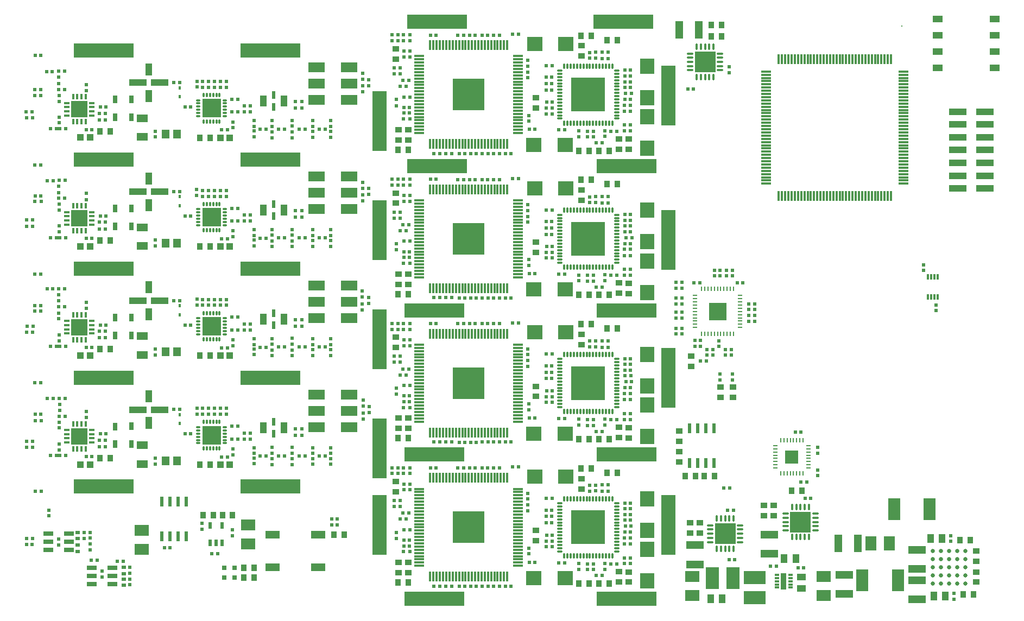
<source format=gtp>
G04 Layer_Color=8421504*
%FSLAX25Y25*%
%MOIN*%
G70*
G01*
G75*
%ADD10R,0.09252X0.08858*%
%ADD11R,0.03543X0.03937*%
%ADD12R,0.01181X0.05906*%
%ADD13O,0.01181X0.03347*%
%ADD14R,0.02441X0.02284*%
%ADD15R,0.02441X0.02441*%
%ADD16R,0.05906X0.01181*%
%ADD18R,0.19685X0.19685*%
%ADD19R,0.02284X0.02441*%
%ADD20R,0.03937X0.03543*%
%ADD21R,0.03937X0.03740*%
%ADD22R,0.03740X0.03937*%
%ADD23O,0.03347X0.01181*%
%ADD24R,0.21063X0.21063*%
%ADD25R,0.02441X0.02441*%
%ADD26R,0.03937X0.03740*%
%ADD27R,0.03740X0.03937*%
%ADD28O,0.02756X0.00787*%
%ADD29O,0.00787X0.02756*%
%ADD30R,0.11024X0.11024*%
%ADD32R,0.01378X0.02362*%
%ADD34R,0.09055X0.37008*%
%ADD35R,0.08858X0.09252*%
%ADD36R,0.08976X0.05000*%
%ADD37R,0.02677X0.02244*%
%ADD38R,0.10000X0.06496*%
%ADD39R,0.07874X0.13780*%
%ADD40R,0.13780X0.07874*%
%ADD41R,0.07284X0.13386*%
%ADD42R,0.02992X0.05000*%
%ADD43R,0.04016X0.07205*%
%ADD44R,0.07205X0.04016*%
%ADD45R,0.11614X0.11614*%
%ADD46O,0.01181X0.02756*%
%ADD47O,0.02756X0.01181*%
%ADD48R,0.02402X0.04902*%
%ADD49R,0.04095X0.07087*%
%ADD50R,0.10630X0.04528*%
%ADD51R,0.07087X0.08858*%
%ADD52R,0.04134X0.05512*%
%ADD53R,0.03937X0.03937*%
%ADD54R,0.04528X0.05709*%
%ADD57R,0.37008X0.09055*%
%ADD58R,0.06496X0.02992*%
%ADD59R,0.10827X0.03937*%
%ADD60R,0.05906X0.04331*%
%ADD61R,0.04528X0.10630*%
%ADD62R,0.05512X0.04134*%
%ADD63O,0.01378X0.04134*%
%ADD64O,0.04134X0.01378*%
%ADD65R,0.12795X0.12795*%
%ADD66R,0.02362X0.06102*%
%ADD67R,0.12795X0.12795*%
%ADD68R,0.02165X0.04331*%
%ADD69R,0.03701X0.09843*%
%ADD70R,0.02756X0.01181*%
%ADD71R,0.10039X0.10039*%
%ADD72O,0.01575X0.03543*%
%ADD73O,0.03543X0.01575*%
%ADD74R,0.03150X0.03150*%
%ADD75R,0.07087X0.04528*%
%ADD76O,0.00787X0.03150*%
%ADD77O,0.03150X0.00787*%
%ADD78R,0.08465X0.08465*%
%ADD79R,0.01181X0.05906*%
%ADD80R,0.05906X0.01181*%
%ADD81C,0.02598*%
%ADD82R,0.08858X0.07087*%
%ADD83R,0.01181X0.03347*%
%ADD132R,0.03543X0.09843*%
%ADD133P,0.01114X4X90.0*%
G36*
X297992Y142373D02*
X291772D01*
Y148593D01*
X297992D01*
Y142373D01*
D02*
G37*
G36*
X306653D02*
X300433D01*
Y148593D01*
X306653D01*
Y142373D01*
D02*
G37*
G36*
X371299Y141821D02*
X364606D01*
Y148514D01*
X371299D01*
Y141821D01*
D02*
G37*
G36*
X380591D02*
X373898D01*
Y148514D01*
X380591D01*
Y141821D01*
D02*
G37*
G36*
X371299Y151113D02*
X364606D01*
Y157806D01*
X371299D01*
Y151113D01*
D02*
G37*
G36*
X380591D02*
X373898D01*
Y157806D01*
X380591D01*
Y151113D01*
D02*
G37*
G36*
X297992Y151034D02*
X291772D01*
Y157254D01*
X297992D01*
Y151034D01*
D02*
G37*
G36*
X306653D02*
X300433D01*
Y157254D01*
X306653D01*
Y151034D01*
D02*
G37*
G36*
X297992Y53790D02*
X291772D01*
Y60010D01*
X297992D01*
Y53790D01*
D02*
G37*
G36*
X306653D02*
X300433D01*
Y60010D01*
X306653D01*
Y53790D01*
D02*
G37*
G36*
X371299Y53239D02*
X364606D01*
Y59931D01*
X371299D01*
Y53239D01*
D02*
G37*
G36*
X380591D02*
X373898D01*
Y59931D01*
X380591D01*
Y53239D01*
D02*
G37*
G36*
X371299Y62530D02*
X364606D01*
Y69223D01*
X371299D01*
Y62530D01*
D02*
G37*
G36*
X380591D02*
X373898D01*
Y69223D01*
X380591D01*
Y62530D01*
D02*
G37*
G36*
X297992Y62451D02*
X291772D01*
Y68672D01*
X297992D01*
Y62451D01*
D02*
G37*
G36*
X306653D02*
X300433D01*
Y68672D01*
X306653D01*
Y62451D01*
D02*
G37*
G36*
X297992Y319538D02*
X291772D01*
Y325758D01*
X297992D01*
Y319538D01*
D02*
G37*
G36*
X306653D02*
X300433D01*
Y325758D01*
X306653D01*
Y319538D01*
D02*
G37*
G36*
X371299Y318987D02*
X364606D01*
Y325679D01*
X371299D01*
Y318987D01*
D02*
G37*
G36*
X380591D02*
X373898D01*
Y325679D01*
X380591D01*
Y318987D01*
D02*
G37*
G36*
X371299Y328278D02*
X364606D01*
Y334971D01*
X371299D01*
Y328278D01*
D02*
G37*
G36*
X380591D02*
X373898D01*
Y334971D01*
X380591D01*
Y328278D01*
D02*
G37*
G36*
X297992Y328199D02*
X291772D01*
Y334420D01*
X297992D01*
Y328199D01*
D02*
G37*
G36*
X306653D02*
X300433D01*
Y334420D01*
X306653D01*
Y328199D01*
D02*
G37*
G36*
X297992Y230955D02*
X291772D01*
Y237176D01*
X297992D01*
Y230955D01*
D02*
G37*
G36*
X306653D02*
X300433D01*
Y237176D01*
X306653D01*
Y230955D01*
D02*
G37*
G36*
X371299Y230404D02*
X364606D01*
Y237097D01*
X371299D01*
Y230404D01*
D02*
G37*
G36*
X380591D02*
X373898D01*
Y237097D01*
X380591D01*
Y230404D01*
D02*
G37*
G36*
X371299Y239695D02*
X364606D01*
Y246388D01*
X371299D01*
Y239695D01*
D02*
G37*
G36*
X380591D02*
X373898D01*
Y246388D01*
X380591D01*
Y239695D01*
D02*
G37*
G36*
X297992Y239616D02*
X291772D01*
Y245837D01*
X297992D01*
Y239616D01*
D02*
G37*
G36*
X306653D02*
X300433D01*
Y245837D01*
X306653D01*
Y239616D01*
D02*
G37*
D10*
X358444Y30131D02*
D03*
X339153D02*
D03*
X358444Y118713D02*
D03*
X339153D02*
D03*
X358444Y295879D02*
D03*
X339153D02*
D03*
X339646Y358071D02*
D03*
X358937D02*
D03*
X339646Y269488D02*
D03*
X358937D02*
D03*
X339646Y180905D02*
D03*
X358937D02*
D03*
X339646Y92323D02*
D03*
X358937D02*
D03*
X358444Y295879D02*
D03*
X339153D02*
D03*
X358444Y207296D02*
D03*
X339153D02*
D03*
X358444Y118713D02*
D03*
X339153D02*
D03*
X358444Y30131D02*
D03*
X339153D02*
D03*
D11*
X105905Y133465D02*
D03*
X99606D02*
D03*
X105905Y200394D02*
D03*
X99606D02*
D03*
X105905Y267323D02*
D03*
X99606D02*
D03*
X105905Y334252D02*
D03*
X99606D02*
D03*
X255807Y204527D02*
D03*
X262106D02*
D03*
X255807Y27362D02*
D03*
X262106D02*
D03*
X255807Y115945D02*
D03*
X262106D02*
D03*
X255807Y293110D02*
D03*
X262106D02*
D03*
X602716Y19892D02*
D03*
X609016D02*
D03*
X607047Y53357D02*
D03*
X600748D02*
D03*
X167342Y30532D02*
D03*
X161043D02*
D03*
X450113Y92561D02*
D03*
X443814D02*
D03*
X432002D02*
D03*
X438302D02*
D03*
X448032Y369685D02*
D03*
X454331D02*
D03*
X448032Y362795D02*
D03*
X454331D02*
D03*
X136143Y68701D02*
D03*
X142442D02*
D03*
X147953D02*
D03*
X154253D02*
D03*
X167342Y36438D02*
D03*
X161043D02*
D03*
D12*
X287402Y30916D02*
D03*
X289370D02*
D03*
X287402Y208081D02*
D03*
X289370D02*
D03*
X287402Y119498D02*
D03*
X289370D02*
D03*
X291339Y296664D02*
D03*
X293307D02*
D03*
X287402D02*
D03*
X289370D02*
D03*
X275590Y357294D02*
D03*
X277559D02*
D03*
X279528D02*
D03*
X281496D02*
D03*
X283465D02*
D03*
X285433D02*
D03*
X287402D02*
D03*
X289370D02*
D03*
X291339D02*
D03*
X293307D02*
D03*
X295276D02*
D03*
X297244D02*
D03*
X299213D02*
D03*
X301181D02*
D03*
X303150D02*
D03*
X305118D02*
D03*
X307087D02*
D03*
X309055D02*
D03*
X311024D02*
D03*
X312992D02*
D03*
X314961D02*
D03*
X316929D02*
D03*
X318898D02*
D03*
X320866D02*
D03*
X322835D02*
D03*
Y296664D02*
D03*
X320866D02*
D03*
X318898D02*
D03*
X316929D02*
D03*
X314961D02*
D03*
X312992D02*
D03*
X311024D02*
D03*
X309055D02*
D03*
X307087D02*
D03*
X305118D02*
D03*
X303150D02*
D03*
X301181D02*
D03*
X299213D02*
D03*
X297244D02*
D03*
X295276D02*
D03*
X285433D02*
D03*
X283465D02*
D03*
X281496D02*
D03*
X279528D02*
D03*
X277559D02*
D03*
X275590D02*
D03*
Y91546D02*
D03*
X277559D02*
D03*
X279528D02*
D03*
X281496D02*
D03*
X283465D02*
D03*
X285433D02*
D03*
X287402D02*
D03*
X289370D02*
D03*
X291339D02*
D03*
X293307D02*
D03*
X295276D02*
D03*
X297244D02*
D03*
X299213D02*
D03*
X301181D02*
D03*
X303150D02*
D03*
X305118D02*
D03*
X307087D02*
D03*
X309055D02*
D03*
X311024D02*
D03*
X312992D02*
D03*
X314961D02*
D03*
X316929D02*
D03*
X318898D02*
D03*
X320866D02*
D03*
X322835D02*
D03*
Y30916D02*
D03*
X320866D02*
D03*
X318898D02*
D03*
X316929D02*
D03*
X314961D02*
D03*
X312992D02*
D03*
X311024D02*
D03*
X309055D02*
D03*
X307087D02*
D03*
X305118D02*
D03*
X303150D02*
D03*
X301181D02*
D03*
X299213D02*
D03*
X297244D02*
D03*
X295276D02*
D03*
X293307D02*
D03*
X291339D02*
D03*
X285433D02*
D03*
X283465D02*
D03*
X281496D02*
D03*
X279528D02*
D03*
X277559D02*
D03*
X275590D02*
D03*
Y180128D02*
D03*
X277559D02*
D03*
X279528D02*
D03*
X281496D02*
D03*
X283465D02*
D03*
X285433D02*
D03*
X287402D02*
D03*
X289370D02*
D03*
X291339D02*
D03*
X293307D02*
D03*
X295276D02*
D03*
X297244D02*
D03*
X299213D02*
D03*
X301181D02*
D03*
X303150D02*
D03*
X305118D02*
D03*
X307087D02*
D03*
X309055D02*
D03*
X311024D02*
D03*
X312992D02*
D03*
X314961D02*
D03*
X316929D02*
D03*
X318898D02*
D03*
X320866D02*
D03*
X322835D02*
D03*
Y119498D02*
D03*
X320866D02*
D03*
X318898D02*
D03*
X316929D02*
D03*
X314961D02*
D03*
X312992D02*
D03*
X311024D02*
D03*
X309055D02*
D03*
X307087D02*
D03*
X305118D02*
D03*
X303150D02*
D03*
X301181D02*
D03*
X299213D02*
D03*
X297244D02*
D03*
X295276D02*
D03*
X293307D02*
D03*
X291339D02*
D03*
X285433D02*
D03*
X283465D02*
D03*
X281496D02*
D03*
X279528D02*
D03*
X277559D02*
D03*
X275590D02*
D03*
Y268711D02*
D03*
X277559D02*
D03*
X279528D02*
D03*
X281496D02*
D03*
X283465D02*
D03*
X285433D02*
D03*
X287402D02*
D03*
X289370D02*
D03*
X291339D02*
D03*
X293307D02*
D03*
X295276D02*
D03*
X297244D02*
D03*
X299213D02*
D03*
X301181D02*
D03*
X303150D02*
D03*
X305118D02*
D03*
X307087D02*
D03*
X309055D02*
D03*
X311024D02*
D03*
X312992D02*
D03*
X314961D02*
D03*
X316929D02*
D03*
X318898D02*
D03*
X320866D02*
D03*
X322835D02*
D03*
Y208081D02*
D03*
X320866D02*
D03*
X318898D02*
D03*
X316929D02*
D03*
X314961D02*
D03*
X312992D02*
D03*
X311024D02*
D03*
X309055D02*
D03*
X307087D02*
D03*
X305118D02*
D03*
X303150D02*
D03*
X301181D02*
D03*
X299213D02*
D03*
X297244D02*
D03*
X295276D02*
D03*
X293307D02*
D03*
X291339D02*
D03*
X285433D02*
D03*
X283465D02*
D03*
X281496D02*
D03*
X279528D02*
D03*
X277559D02*
D03*
X275590D02*
D03*
D13*
X383425Y255916D02*
D03*
X385394D02*
D03*
X383425Y78750D02*
D03*
X385394D02*
D03*
X383425Y167333D02*
D03*
X385394D02*
D03*
X377520Y220876D02*
D03*
X379488D02*
D03*
X357835Y43711D02*
D03*
X359803D02*
D03*
X361772D02*
D03*
X363740D02*
D03*
X365709D02*
D03*
X367677D02*
D03*
X369646D02*
D03*
X371614D02*
D03*
X373583D02*
D03*
X375551D02*
D03*
X377520D02*
D03*
X379488D02*
D03*
X381457D02*
D03*
X383425D02*
D03*
X385394D02*
D03*
X387362D02*
D03*
Y78750D02*
D03*
X381457D02*
D03*
X379488D02*
D03*
X377520D02*
D03*
X375551D02*
D03*
X373583D02*
D03*
X371614D02*
D03*
X369646D02*
D03*
X367677D02*
D03*
X365709D02*
D03*
X363740D02*
D03*
X361772D02*
D03*
X359803D02*
D03*
X357835D02*
D03*
Y132294D02*
D03*
X359803D02*
D03*
X361772D02*
D03*
X363740D02*
D03*
X365709D02*
D03*
X367677D02*
D03*
X369646D02*
D03*
X371614D02*
D03*
X373583D02*
D03*
X375551D02*
D03*
X377520D02*
D03*
X379488D02*
D03*
X381457D02*
D03*
X383425D02*
D03*
X385394D02*
D03*
X387362D02*
D03*
Y167333D02*
D03*
X381457D02*
D03*
X379488D02*
D03*
X377520D02*
D03*
X375551D02*
D03*
X373583D02*
D03*
X371614D02*
D03*
X369646D02*
D03*
X367677D02*
D03*
X365709D02*
D03*
X363740D02*
D03*
X361772D02*
D03*
X359803D02*
D03*
X357835D02*
D03*
X379488Y309459D02*
D03*
X377520D02*
D03*
X357835D02*
D03*
X359803D02*
D03*
X361772D02*
D03*
X363740D02*
D03*
X365709D02*
D03*
X367677D02*
D03*
X369646D02*
D03*
X371614D02*
D03*
X373583D02*
D03*
X375551D02*
D03*
X381457D02*
D03*
X383425D02*
D03*
X385394D02*
D03*
X387362D02*
D03*
Y344498D02*
D03*
X385394D02*
D03*
X383425D02*
D03*
X381457D02*
D03*
X379488D02*
D03*
X377520D02*
D03*
X375551D02*
D03*
X373583D02*
D03*
X371614D02*
D03*
X369646D02*
D03*
X367677D02*
D03*
X365709D02*
D03*
X363740D02*
D03*
X361772D02*
D03*
X359803D02*
D03*
X357835D02*
D03*
X357835Y220876D02*
D03*
X359803D02*
D03*
X361772D02*
D03*
X363740D02*
D03*
X365709D02*
D03*
X367677D02*
D03*
X369646D02*
D03*
X371614D02*
D03*
X373583D02*
D03*
X375551D02*
D03*
X381457D02*
D03*
X383425D02*
D03*
X385394D02*
D03*
X387362D02*
D03*
Y255916D02*
D03*
X381457D02*
D03*
X379488D02*
D03*
X377520D02*
D03*
X375551D02*
D03*
X373583D02*
D03*
X371614D02*
D03*
X369646D02*
D03*
X367677D02*
D03*
X365709D02*
D03*
X363740D02*
D03*
X361772D02*
D03*
X359803D02*
D03*
X357835D02*
D03*
D14*
X237795Y332500D02*
D03*
Y336201D02*
D03*
Y265571D02*
D03*
Y269272D02*
D03*
X237952Y131704D02*
D03*
Y135405D02*
D03*
X254921Y58150D02*
D03*
Y54449D02*
D03*
Y146732D02*
D03*
Y143032D02*
D03*
Y323898D02*
D03*
Y320197D02*
D03*
Y235315D02*
D03*
Y231614D02*
D03*
X237795Y198642D02*
D03*
Y202343D02*
D03*
X461024Y151693D02*
D03*
Y155394D02*
D03*
X453543Y151693D02*
D03*
Y155394D02*
D03*
X234352Y127705D02*
D03*
Y131405D02*
D03*
X233858Y194705D02*
D03*
Y198406D02*
D03*
X234052Y261704D02*
D03*
Y265405D02*
D03*
X48000Y133050D02*
D03*
Y136750D02*
D03*
X47500Y200250D02*
D03*
Y203950D02*
D03*
X47600Y266850D02*
D03*
Y270550D02*
D03*
X234152Y328605D02*
D03*
Y332305D02*
D03*
X47500Y333850D02*
D03*
Y337550D02*
D03*
X64370Y329449D02*
D03*
Y333150D02*
D03*
Y262520D02*
D03*
Y266220D02*
D03*
Y195591D02*
D03*
Y199291D02*
D03*
Y128661D02*
D03*
Y132362D02*
D03*
X513346Y106624D02*
D03*
Y110325D02*
D03*
X74173Y30650D02*
D03*
Y34350D02*
D03*
X63180Y58091D02*
D03*
Y54390D02*
D03*
X47432Y50453D02*
D03*
Y54154D02*
D03*
X234152Y269504D02*
D03*
Y273205D02*
D03*
Y336404D02*
D03*
Y340105D02*
D03*
X233858Y202579D02*
D03*
Y206279D02*
D03*
X234352Y135605D02*
D03*
Y139305D02*
D03*
D15*
X437205Y330315D02*
D03*
X433661D02*
D03*
X258937Y247047D02*
D03*
X262480D02*
D03*
X255787Y94291D02*
D03*
X252244D02*
D03*
X255787Y97835D02*
D03*
X252244D02*
D03*
X258937Y69882D02*
D03*
X262480D02*
D03*
X398583Y76181D02*
D03*
X395039D02*
D03*
X381260Y87215D02*
D03*
X384803D02*
D03*
X390059Y38780D02*
D03*
X386516D02*
D03*
X381260Y83268D02*
D03*
X384803D02*
D03*
X398583Y72638D02*
D03*
X395039D02*
D03*
X354527Y39531D02*
D03*
X358070D02*
D03*
X346927Y52831D02*
D03*
X350470D02*
D03*
X346850Y79035D02*
D03*
X350394D02*
D03*
X347008Y56496D02*
D03*
X350551D02*
D03*
X398425Y54724D02*
D03*
X394882D02*
D03*
X346827Y49431D02*
D03*
X350370D02*
D03*
X398570Y65631D02*
D03*
X395027D02*
D03*
X398583Y69095D02*
D03*
X395039D02*
D03*
X398570Y58331D02*
D03*
X395027D02*
D03*
X398327Y50984D02*
D03*
X394783D02*
D03*
X398924Y61955D02*
D03*
X395380D02*
D03*
X346614Y67913D02*
D03*
X350157D02*
D03*
X346614Y71850D02*
D03*
X350157D02*
D03*
X346614Y63976D02*
D03*
X350157D02*
D03*
X255787Y182874D02*
D03*
X252244D02*
D03*
X255787Y186417D02*
D03*
X252244D02*
D03*
X258937Y158465D02*
D03*
X262480D02*
D03*
X398583Y164764D02*
D03*
X395039D02*
D03*
X381260Y175798D02*
D03*
X384803D02*
D03*
X390059Y127362D02*
D03*
X386516D02*
D03*
X381260Y171850D02*
D03*
X384803D02*
D03*
X398583Y161221D02*
D03*
X395039D02*
D03*
X354527Y128113D02*
D03*
X358070D02*
D03*
X346927Y141413D02*
D03*
X350470D02*
D03*
X346850Y167618D02*
D03*
X350394D02*
D03*
X347008Y145079D02*
D03*
X350551D02*
D03*
X398425Y143307D02*
D03*
X394882D02*
D03*
X346827Y138013D02*
D03*
X350370D02*
D03*
X398724Y154255D02*
D03*
X395181D02*
D03*
X398583Y157677D02*
D03*
X395039D02*
D03*
X398570Y146913D02*
D03*
X395027D02*
D03*
X398327Y139567D02*
D03*
X394783D02*
D03*
X399224Y150555D02*
D03*
X395680D02*
D03*
X346614Y156496D02*
D03*
X350157D02*
D03*
X346614Y160433D02*
D03*
X350157D02*
D03*
X346614Y152559D02*
D03*
X350157D02*
D03*
X255787Y360039D02*
D03*
X252244D02*
D03*
X255787Y363583D02*
D03*
X252244D02*
D03*
X258937Y335630D02*
D03*
X262480D02*
D03*
X398583Y341929D02*
D03*
X395039D02*
D03*
X381260Y352963D02*
D03*
X384803D02*
D03*
X390059Y304528D02*
D03*
X386516D02*
D03*
X381260Y349016D02*
D03*
X384803D02*
D03*
X398583Y338386D02*
D03*
X395039D02*
D03*
X354527Y305279D02*
D03*
X358070D02*
D03*
X346927Y318579D02*
D03*
X350470D02*
D03*
X346850Y344783D02*
D03*
X350394D02*
D03*
X347008Y322244D02*
D03*
X350551D02*
D03*
X398425Y320472D02*
D03*
X394882D02*
D03*
X346827Y315179D02*
D03*
X350370D02*
D03*
X398570Y331379D02*
D03*
X395027D02*
D03*
X398583Y334842D02*
D03*
X395039D02*
D03*
X398570Y324079D02*
D03*
X395027D02*
D03*
X398327Y316732D02*
D03*
X394783D02*
D03*
X399024Y327755D02*
D03*
X395480D02*
D03*
X346614Y333661D02*
D03*
X350157D02*
D03*
X346614Y337598D02*
D03*
X350157D02*
D03*
X346614Y329724D02*
D03*
X350157D02*
D03*
X255787Y275000D02*
D03*
X252244D02*
D03*
X255787Y271457D02*
D03*
X252244D02*
D03*
X346614Y245079D02*
D03*
X350157D02*
D03*
X346827Y226596D02*
D03*
X350370D02*
D03*
X354527Y216696D02*
D03*
X358070D02*
D03*
X381260Y260433D02*
D03*
X384803D02*
D03*
X390059Y215945D02*
D03*
X386516D02*
D03*
X398583Y253346D02*
D03*
X395039D02*
D03*
X398583Y246260D02*
D03*
X395039D02*
D03*
X398327Y228150D02*
D03*
X394783D02*
D03*
X398570Y235496D02*
D03*
X395027D02*
D03*
X398570Y242796D02*
D03*
X395027D02*
D03*
X346614Y249016D02*
D03*
X350157D02*
D03*
X346614Y241142D02*
D03*
X350157D02*
D03*
X347008Y233661D02*
D03*
X350551D02*
D03*
X346850Y256201D02*
D03*
X350394D02*
D03*
X346927Y229996D02*
D03*
X350470D02*
D03*
X381260Y264380D02*
D03*
X384803D02*
D03*
X398583Y249803D02*
D03*
X395039D02*
D03*
X399410Y239173D02*
D03*
X395866D02*
D03*
X398425Y231890D02*
D03*
X394882D02*
D03*
X112302Y48622D02*
D03*
X115846D02*
D03*
X141457Y45079D02*
D03*
X145001D02*
D03*
X67520Y40945D02*
D03*
X71063D02*
D03*
X471063Y198425D02*
D03*
X426575Y198425D02*
D03*
X430118D02*
D03*
Y189764D02*
D03*
Y183465D02*
D03*
X471063Y187795D02*
D03*
Y191339D02*
D03*
X471063Y194882D02*
D03*
X467520Y211417D02*
D03*
X463976D02*
D03*
X437598D02*
D03*
X441142D02*
D03*
X437992Y175984D02*
D03*
X441535D02*
D03*
X430118Y211653D02*
D03*
Y208110D02*
D03*
X426575Y201969D02*
D03*
X430118D02*
D03*
Y193307D02*
D03*
Y179921D02*
D03*
X121653Y133563D02*
D03*
X118110D02*
D03*
X121653Y200492D02*
D03*
X118110D02*
D03*
X121653Y267421D02*
D03*
X118110D02*
D03*
X121653Y334350D02*
D03*
X118110D02*
D03*
X31172Y50783D02*
D03*
X27629D02*
D03*
X33128Y83500D02*
D03*
X36672D02*
D03*
X279232Y97746D02*
D03*
X275689D02*
D03*
X279232Y186329D02*
D03*
X275689D02*
D03*
X279232Y363494D02*
D03*
X275689D02*
D03*
X279232Y274912D02*
D03*
X275689D02*
D03*
X259449Y87805D02*
D03*
X262992D02*
D03*
X259449Y176388D02*
D03*
X262992D02*
D03*
X259449Y353554D02*
D03*
X262992D02*
D03*
X259449Y264971D02*
D03*
X262992D02*
D03*
X259449Y84262D02*
D03*
X262992D02*
D03*
X259449Y172845D02*
D03*
X262992D02*
D03*
X259449Y350010D02*
D03*
X262992D02*
D03*
X259449Y261428D02*
D03*
X262992D02*
D03*
X458071Y71653D02*
D03*
X461614D02*
D03*
X40528Y140400D02*
D03*
X44072D02*
D03*
X40328Y207700D02*
D03*
X43872D02*
D03*
X40428Y274200D02*
D03*
X43972D02*
D03*
X33029Y130800D02*
D03*
X36572D02*
D03*
X67815Y104725D02*
D03*
X64272D02*
D03*
X67815Y171654D02*
D03*
X64272D02*
D03*
X67815Y238583D02*
D03*
X64272D02*
D03*
X75984Y110630D02*
D03*
X72441D02*
D03*
X75984Y177559D02*
D03*
X72441D02*
D03*
X75984Y244489D02*
D03*
X72441D02*
D03*
X125000Y118602D02*
D03*
X128543D02*
D03*
X125000Y185531D02*
D03*
X128543D02*
D03*
X125000Y252461D02*
D03*
X128543D02*
D03*
X36472Y150200D02*
D03*
X32928D02*
D03*
X32928Y216700D02*
D03*
X36472D02*
D03*
Y197500D02*
D03*
X32928D02*
D03*
X32985Y264872D02*
D03*
X36528D02*
D03*
X73032Y118603D02*
D03*
X76575D02*
D03*
X73032Y185532D02*
D03*
X76575D02*
D03*
X73032Y252461D02*
D03*
X76575D02*
D03*
X161497Y119130D02*
D03*
X165041D02*
D03*
X161497Y186059D02*
D03*
X165041D02*
D03*
X161497Y252988D02*
D03*
X165041D02*
D03*
X32862Y330200D02*
D03*
X36405D02*
D03*
X153740Y115453D02*
D03*
X157283D02*
D03*
X153740Y182382D02*
D03*
X157283D02*
D03*
X153740Y249311D02*
D03*
X157283D02*
D03*
X147441Y104429D02*
D03*
X150984D02*
D03*
X147441Y171358D02*
D03*
X150984D02*
D03*
X147441Y238287D02*
D03*
X150984D02*
D03*
X153740Y123327D02*
D03*
X157283D02*
D03*
X153740Y190256D02*
D03*
X157283D02*
D03*
X153740Y257185D02*
D03*
X157283D02*
D03*
X36572Y351000D02*
D03*
X33028D02*
D03*
X36472Y283800D02*
D03*
X32928D02*
D03*
X40028Y341200D02*
D03*
X43572D02*
D03*
X67815Y305512D02*
D03*
X64272D02*
D03*
X75984Y311418D02*
D03*
X72441D02*
D03*
X125000Y319390D02*
D03*
X128543D02*
D03*
X73032Y319390D02*
D03*
X76575D02*
D03*
X161497Y319917D02*
D03*
X165041D02*
D03*
X153740Y316240D02*
D03*
X157283D02*
D03*
X147441Y305217D02*
D03*
X150984D02*
D03*
X153740Y324114D02*
D03*
X157283D02*
D03*
X503248Y88878D02*
D03*
X506791D02*
D03*
X438027Y172396D02*
D03*
X441570D02*
D03*
X303248Y363386D02*
D03*
X299705D02*
D03*
X303248Y274803D02*
D03*
X299705D02*
D03*
X303248Y186221D02*
D03*
X299705D02*
D03*
X303248Y97638D02*
D03*
X299705D02*
D03*
X307382Y363386D02*
D03*
X310925D02*
D03*
X307382Y274803D02*
D03*
X310925D02*
D03*
X307382Y186221D02*
D03*
X310925D02*
D03*
X307382Y97638D02*
D03*
X310925D02*
D03*
X325197Y290758D02*
D03*
X321654D02*
D03*
X325197Y202176D02*
D03*
X321654D02*
D03*
X325197Y113593D02*
D03*
X321654D02*
D03*
X325197Y25010D02*
D03*
X321654D02*
D03*
X311024Y290758D02*
D03*
X307480D02*
D03*
X311024Y202176D02*
D03*
X307480D02*
D03*
X311024Y113593D02*
D03*
X307480D02*
D03*
X311024Y25010D02*
D03*
X307480D02*
D03*
X339870Y305579D02*
D03*
X336327D02*
D03*
X339870Y216996D02*
D03*
X336327D02*
D03*
X339870Y128413D02*
D03*
X336327D02*
D03*
X339870Y39831D02*
D03*
X336327D02*
D03*
X218504Y66535D02*
D03*
X214961D02*
D03*
X218504Y62598D02*
D03*
X214961D02*
D03*
X445079Y163386D02*
D03*
X441535D02*
D03*
X318110Y363386D02*
D03*
X314567D02*
D03*
X318110Y274803D02*
D03*
X314567D02*
D03*
X318110Y186221D02*
D03*
X314567D02*
D03*
X318110Y97638D02*
D03*
X314567D02*
D03*
X295965Y363386D02*
D03*
X292421D02*
D03*
X295965Y274803D02*
D03*
X292421D02*
D03*
X295965Y186221D02*
D03*
X292421D02*
D03*
X295965Y97638D02*
D03*
X292421D02*
D03*
X293307Y290660D02*
D03*
X296850D02*
D03*
X293307Y202077D02*
D03*
X296850D02*
D03*
X293307Y113495D02*
D03*
X296850D02*
D03*
X293307Y24912D02*
D03*
X296850D02*
D03*
X300394Y290660D02*
D03*
X303937D02*
D03*
X300394Y202077D02*
D03*
X303937D02*
D03*
X300394Y113495D02*
D03*
X303937D02*
D03*
X300394Y24912D02*
D03*
X303937D02*
D03*
X318110Y290758D02*
D03*
X314567D02*
D03*
X318110Y202176D02*
D03*
X314567D02*
D03*
X318110Y113593D02*
D03*
X314567D02*
D03*
X318110Y25010D02*
D03*
X314567D02*
D03*
X259331Y315551D02*
D03*
X262874D02*
D03*
X259331Y226969D02*
D03*
X262874D02*
D03*
X259331Y138386D02*
D03*
X262874D02*
D03*
X259331Y49803D02*
D03*
X262874D02*
D03*
X259449Y325492D02*
D03*
X262992D02*
D03*
X259449Y236910D02*
D03*
X262992D02*
D03*
X259449Y148327D02*
D03*
X262992D02*
D03*
X259449Y59744D02*
D03*
X262992D02*
D03*
X259331Y319094D02*
D03*
X262874D02*
D03*
X259331Y230512D02*
D03*
X262874D02*
D03*
X259331Y141929D02*
D03*
X262874D02*
D03*
X259331Y53347D02*
D03*
X262874D02*
D03*
X288681Y290846D02*
D03*
X285138D02*
D03*
X288681Y202264D02*
D03*
X285138D02*
D03*
X288681Y113681D02*
D03*
X285138D02*
D03*
X288681Y25098D02*
D03*
X285138D02*
D03*
X281398Y290846D02*
D03*
X277854D02*
D03*
X281398Y202264D02*
D03*
X277854D02*
D03*
X281398Y113681D02*
D03*
X277854D02*
D03*
X281398Y25098D02*
D03*
X277854D02*
D03*
X505669Y78947D02*
D03*
X509213D02*
D03*
X488105Y37443D02*
D03*
X484561D02*
D03*
X501294Y36459D02*
D03*
X504837D02*
D03*
X503150Y119685D02*
D03*
X499606D02*
D03*
X474606Y191339D02*
D03*
Y187795D02*
D03*
X474606Y198425D02*
D03*
Y194882D02*
D03*
X426575Y183465D02*
D03*
Y179921D02*
D03*
Y208110D02*
D03*
Y211653D02*
D03*
Y193307D02*
D03*
Y189764D02*
D03*
X462514Y41380D02*
D03*
X458971D02*
D03*
D16*
X268898Y321073D02*
D03*
Y323042D02*
D03*
Y303357D02*
D03*
Y305325D02*
D03*
Y307294D02*
D03*
Y309262D02*
D03*
Y311231D02*
D03*
Y313199D02*
D03*
Y315168D02*
D03*
Y317136D02*
D03*
Y319105D02*
D03*
Y325010D02*
D03*
Y326979D02*
D03*
Y328947D02*
D03*
Y330916D02*
D03*
Y332884D02*
D03*
Y334853D02*
D03*
Y336821D02*
D03*
Y338790D02*
D03*
Y340758D02*
D03*
Y342727D02*
D03*
Y344695D02*
D03*
Y346664D02*
D03*
Y348632D02*
D03*
Y350601D02*
D03*
X329528D02*
D03*
Y348632D02*
D03*
Y346664D02*
D03*
Y344695D02*
D03*
Y342727D02*
D03*
Y340758D02*
D03*
Y338790D02*
D03*
Y336821D02*
D03*
Y334853D02*
D03*
Y332884D02*
D03*
Y330916D02*
D03*
Y328947D02*
D03*
Y326979D02*
D03*
Y325010D02*
D03*
Y323042D02*
D03*
Y321073D02*
D03*
Y319105D02*
D03*
Y317136D02*
D03*
Y315168D02*
D03*
Y313199D02*
D03*
Y311231D02*
D03*
Y309262D02*
D03*
Y307294D02*
D03*
Y305325D02*
D03*
Y303357D02*
D03*
X268898Y37609D02*
D03*
Y39577D02*
D03*
Y41546D02*
D03*
Y43514D02*
D03*
Y45483D02*
D03*
Y47451D02*
D03*
Y49420D02*
D03*
Y51388D02*
D03*
Y53357D02*
D03*
Y55325D02*
D03*
Y57294D02*
D03*
Y59262D02*
D03*
Y61231D02*
D03*
Y63199D02*
D03*
Y65168D02*
D03*
Y67136D02*
D03*
Y69105D02*
D03*
Y71073D02*
D03*
Y73042D02*
D03*
Y75010D02*
D03*
Y76979D02*
D03*
Y78947D02*
D03*
Y80916D02*
D03*
Y82884D02*
D03*
Y84853D02*
D03*
X329528D02*
D03*
Y82884D02*
D03*
Y80916D02*
D03*
Y78947D02*
D03*
Y76979D02*
D03*
Y75010D02*
D03*
Y73042D02*
D03*
Y71073D02*
D03*
Y69105D02*
D03*
Y67136D02*
D03*
Y65168D02*
D03*
Y63199D02*
D03*
Y61231D02*
D03*
Y59262D02*
D03*
Y57294D02*
D03*
Y55325D02*
D03*
Y53357D02*
D03*
Y51388D02*
D03*
Y49420D02*
D03*
Y47451D02*
D03*
Y45483D02*
D03*
Y43514D02*
D03*
Y41546D02*
D03*
Y39577D02*
D03*
Y37609D02*
D03*
X268898Y126191D02*
D03*
Y128160D02*
D03*
Y130128D02*
D03*
Y132097D02*
D03*
Y134065D02*
D03*
Y136034D02*
D03*
Y138002D02*
D03*
Y139971D02*
D03*
Y141939D02*
D03*
Y143908D02*
D03*
Y145876D02*
D03*
Y147845D02*
D03*
Y149813D02*
D03*
Y151782D02*
D03*
Y153750D02*
D03*
Y155719D02*
D03*
Y157687D02*
D03*
Y159656D02*
D03*
Y161624D02*
D03*
Y163593D02*
D03*
Y165561D02*
D03*
Y167530D02*
D03*
Y169498D02*
D03*
Y171467D02*
D03*
Y173435D02*
D03*
X329528D02*
D03*
Y171467D02*
D03*
Y169498D02*
D03*
Y167530D02*
D03*
Y165561D02*
D03*
Y163593D02*
D03*
Y161624D02*
D03*
Y159656D02*
D03*
Y157687D02*
D03*
Y155719D02*
D03*
Y153750D02*
D03*
Y151782D02*
D03*
Y149813D02*
D03*
Y147845D02*
D03*
Y145876D02*
D03*
Y143908D02*
D03*
Y141939D02*
D03*
Y139971D02*
D03*
Y138002D02*
D03*
Y136034D02*
D03*
Y134065D02*
D03*
Y132097D02*
D03*
Y130128D02*
D03*
Y128160D02*
D03*
Y126191D02*
D03*
X268898Y214774D02*
D03*
Y216742D02*
D03*
Y218711D02*
D03*
Y220679D02*
D03*
Y222648D02*
D03*
Y224617D02*
D03*
Y226585D02*
D03*
Y228554D02*
D03*
Y230522D02*
D03*
Y232491D02*
D03*
Y234459D02*
D03*
Y236428D02*
D03*
Y238396D02*
D03*
Y240365D02*
D03*
Y242333D02*
D03*
Y244302D02*
D03*
Y246270D02*
D03*
Y248239D02*
D03*
Y250207D02*
D03*
Y252176D02*
D03*
Y254144D02*
D03*
Y256113D02*
D03*
Y258081D02*
D03*
Y260050D02*
D03*
Y262018D02*
D03*
X329528D02*
D03*
Y260050D02*
D03*
Y258081D02*
D03*
Y256113D02*
D03*
Y254144D02*
D03*
Y252176D02*
D03*
Y250207D02*
D03*
Y248239D02*
D03*
Y246270D02*
D03*
Y244302D02*
D03*
Y242333D02*
D03*
Y240365D02*
D03*
Y238396D02*
D03*
Y236428D02*
D03*
Y234459D02*
D03*
Y232491D02*
D03*
Y230522D02*
D03*
Y228554D02*
D03*
Y226585D02*
D03*
Y224617D02*
D03*
Y222648D02*
D03*
Y220679D02*
D03*
Y218711D02*
D03*
Y216742D02*
D03*
Y214774D02*
D03*
D18*
X299213Y326979D02*
D03*
Y61231D02*
D03*
Y149813D02*
D03*
Y238396D02*
D03*
D19*
X377382Y208760D02*
D03*
X381083D02*
D03*
X257106Y243406D02*
D03*
X260807D02*
D03*
X257106Y66240D02*
D03*
X260807D02*
D03*
X257106Y154823D02*
D03*
X260807D02*
D03*
X257106Y331988D02*
D03*
X260807D02*
D03*
X262953Y46260D02*
D03*
X259252D02*
D03*
X262953Y97835D02*
D03*
X259252D02*
D03*
X262953Y94291D02*
D03*
X259252D02*
D03*
X398504Y42520D02*
D03*
X394803D02*
D03*
Y38878D02*
D03*
X398504D02*
D03*
X329882Y98228D02*
D03*
X326181D02*
D03*
X262953Y134843D02*
D03*
X259252D02*
D03*
X262953Y186417D02*
D03*
X259252D02*
D03*
X262953Y182874D02*
D03*
X259252D02*
D03*
X398504Y131102D02*
D03*
X394803D02*
D03*
Y127461D02*
D03*
X398504D02*
D03*
X329882Y186811D02*
D03*
X326181D02*
D03*
X262953Y312008D02*
D03*
X259252D02*
D03*
X262953Y363583D02*
D03*
X259252D02*
D03*
X262953Y360039D02*
D03*
X259252D02*
D03*
X398504Y308268D02*
D03*
X394803D02*
D03*
Y304626D02*
D03*
X398504D02*
D03*
X329882Y363976D02*
D03*
X326181D02*
D03*
X394803Y216043D02*
D03*
X398504D02*
D03*
X329882Y275394D02*
D03*
X326181D02*
D03*
X262953Y271457D02*
D03*
X259252D02*
D03*
X262953Y275000D02*
D03*
X259252D02*
D03*
X262953Y223425D02*
D03*
X259252D02*
D03*
X398504Y219685D02*
D03*
X394803D02*
D03*
X381083Y297342D02*
D03*
X377382D02*
D03*
X48150Y105315D02*
D03*
X51850D02*
D03*
X48150Y172244D02*
D03*
X51850D02*
D03*
X48150Y239174D02*
D03*
X51850D02*
D03*
X48150Y306103D02*
D03*
X51850D02*
D03*
X46240Y105315D02*
D03*
X42539D02*
D03*
X46240Y172244D02*
D03*
X42539D02*
D03*
X46240Y239174D02*
D03*
X42539D02*
D03*
X46240Y306103D02*
D03*
X42539D02*
D03*
X377382Y31594D02*
D03*
X381083D02*
D03*
X31351Y54383D02*
D03*
X27650D02*
D03*
X36651Y126863D02*
D03*
X32950D02*
D03*
X36550Y193900D02*
D03*
X32850D02*
D03*
X36484Y326263D02*
D03*
X32783D02*
D03*
X196638Y121823D02*
D03*
X192937D02*
D03*
X196638Y188752D02*
D03*
X192937D02*
D03*
X196638Y255681D02*
D03*
X192937D02*
D03*
X161535Y115453D02*
D03*
X165236D02*
D03*
X161535Y182382D02*
D03*
X165236D02*
D03*
X161535Y249311D02*
D03*
X165236D02*
D03*
X196638Y117823D02*
D03*
X192937D02*
D03*
X196638Y184752D02*
D03*
X192937D02*
D03*
X196638Y251681D02*
D03*
X192937D02*
D03*
X171181Y104921D02*
D03*
X174882D02*
D03*
X171181Y171850D02*
D03*
X174882D02*
D03*
X171181Y238779D02*
D03*
X174882D02*
D03*
X186107Y105019D02*
D03*
X182406D02*
D03*
X186107Y171949D02*
D03*
X182406D02*
D03*
X186107Y238878D02*
D03*
X182406D02*
D03*
X198769Y105019D02*
D03*
X195068D02*
D03*
X198769Y171949D02*
D03*
X195068D02*
D03*
X198769Y238878D02*
D03*
X195068D02*
D03*
X210974Y105019D02*
D03*
X207273D02*
D03*
X210974Y171949D02*
D03*
X207273D02*
D03*
X210974Y238878D02*
D03*
X207273D02*
D03*
X76176Y114687D02*
D03*
X72475D02*
D03*
X76176Y181616D02*
D03*
X72475D02*
D03*
X76176Y248545D02*
D03*
X72475D02*
D03*
X51550Y140400D02*
D03*
X47850D02*
D03*
X51150Y207600D02*
D03*
X47450D02*
D03*
X51450Y274300D02*
D03*
X47750D02*
D03*
X51550Y129500D02*
D03*
X47850D02*
D03*
X51250Y196600D02*
D03*
X47550D02*
D03*
X51250Y263300D02*
D03*
X47550D02*
D03*
X36607Y261328D02*
D03*
X32906D02*
D03*
X196638Y322610D02*
D03*
X192937Y322610D02*
D03*
X161535Y316240D02*
D03*
X165236D02*
D03*
X196638Y318610D02*
D03*
X192937Y318610D02*
D03*
X171181Y305708D02*
D03*
X174882D02*
D03*
X186107Y305807D02*
D03*
X182406D02*
D03*
X198769D02*
D03*
X195068D02*
D03*
X210974D02*
D03*
X207273D02*
D03*
X76176Y315475D02*
D03*
X72475D02*
D03*
X51050Y341300D02*
D03*
X47350D02*
D03*
X51250Y330100D02*
D03*
X47550D02*
D03*
X27750Y110283D02*
D03*
X31451D02*
D03*
X27750Y113883D02*
D03*
X31451D02*
D03*
X27550Y316300D02*
D03*
X31250D02*
D03*
X27650Y312600D02*
D03*
X31350D02*
D03*
X27850Y249937D02*
D03*
X31551D02*
D03*
X27850Y246000D02*
D03*
X31551D02*
D03*
X27950Y184800D02*
D03*
X31650D02*
D03*
X27850Y181100D02*
D03*
X31550D02*
D03*
X87087Y40256D02*
D03*
X83386D02*
D03*
X445394Y170472D02*
D03*
X449094D02*
D03*
X456811D02*
D03*
X460512D02*
D03*
X455827Y85236D02*
D03*
X459527D02*
D03*
X253465Y343406D02*
D03*
X257165D02*
D03*
X253465Y254823D02*
D03*
X257165D02*
D03*
X253465Y166240D02*
D03*
X257165D02*
D03*
X253465Y77658D02*
D03*
X257165D02*
D03*
X253465Y339764D02*
D03*
X257165D02*
D03*
X253465Y251181D02*
D03*
X257165D02*
D03*
X253465Y162598D02*
D03*
X257165D02*
D03*
X253465Y74016D02*
D03*
X257165D02*
D03*
X377382Y120177D02*
D03*
X381083D02*
D03*
X456811Y166929D02*
D03*
X460512D02*
D03*
X449094D02*
D03*
X445394D02*
D03*
D20*
X391339Y211221D02*
D03*
Y204921D02*
D03*
X610787Y27569D02*
D03*
Y33869D02*
D03*
X461417Y147244D02*
D03*
Y140945D02*
D03*
X453937Y147244D02*
D03*
Y140945D02*
D03*
X435236Y57677D02*
D03*
Y63976D02*
D03*
X441142Y57677D02*
D03*
Y63976D02*
D03*
X486417Y68307D02*
D03*
Y74606D02*
D03*
X480512D02*
D03*
Y68307D02*
D03*
X428583Y107638D02*
D03*
Y101339D02*
D03*
Y114134D02*
D03*
Y120433D02*
D03*
X610787Y46664D02*
D03*
Y40365D02*
D03*
X391339Y299803D02*
D03*
Y293504D02*
D03*
Y122638D02*
D03*
Y116339D02*
D03*
Y34055D02*
D03*
Y27756D02*
D03*
D21*
X397342Y211024D02*
D03*
Y204724D02*
D03*
X262106Y210531D02*
D03*
Y216831D02*
D03*
X256102Y210531D02*
D03*
Y216831D02*
D03*
Y33366D02*
D03*
Y39665D02*
D03*
X262106Y33366D02*
D03*
Y39665D02*
D03*
X256102Y121949D02*
D03*
Y128248D02*
D03*
X262106Y121949D02*
D03*
Y128248D02*
D03*
X256102Y299114D02*
D03*
Y305413D02*
D03*
X262106Y299114D02*
D03*
Y305413D02*
D03*
X397342Y299606D02*
D03*
Y293307D02*
D03*
Y122441D02*
D03*
Y116142D02*
D03*
Y33858D02*
D03*
Y27559D02*
D03*
D22*
X385531Y203937D02*
D03*
X379232D02*
D03*
X385531Y292520D02*
D03*
X379232D02*
D03*
X385531Y115354D02*
D03*
X379232D02*
D03*
X385531Y26772D02*
D03*
X379232D02*
D03*
D23*
X355079Y75994D02*
D03*
Y74026D02*
D03*
Y72057D02*
D03*
Y70089D02*
D03*
Y68120D02*
D03*
Y66152D02*
D03*
Y64183D02*
D03*
Y62215D02*
D03*
Y60246D02*
D03*
Y58278D02*
D03*
Y56309D02*
D03*
Y54341D02*
D03*
Y52372D02*
D03*
Y50404D02*
D03*
Y48435D02*
D03*
Y46467D02*
D03*
X390118D02*
D03*
Y48435D02*
D03*
Y50404D02*
D03*
Y52372D02*
D03*
Y54341D02*
D03*
Y56309D02*
D03*
Y58278D02*
D03*
Y60246D02*
D03*
Y62215D02*
D03*
Y64183D02*
D03*
Y66152D02*
D03*
Y68120D02*
D03*
Y70089D02*
D03*
Y72057D02*
D03*
Y74026D02*
D03*
Y75994D02*
D03*
X355079Y164577D02*
D03*
Y162609D02*
D03*
Y160640D02*
D03*
Y158672D02*
D03*
Y156703D02*
D03*
Y154735D02*
D03*
Y152766D02*
D03*
Y150798D02*
D03*
Y148829D02*
D03*
Y146861D02*
D03*
Y144892D02*
D03*
Y142924D02*
D03*
Y140955D02*
D03*
Y138987D02*
D03*
Y137018D02*
D03*
Y135050D02*
D03*
X390118D02*
D03*
Y137018D02*
D03*
Y138987D02*
D03*
Y140955D02*
D03*
Y142924D02*
D03*
Y144892D02*
D03*
Y146861D02*
D03*
Y148829D02*
D03*
Y150798D02*
D03*
Y152766D02*
D03*
Y154735D02*
D03*
Y156703D02*
D03*
Y158672D02*
D03*
Y160640D02*
D03*
Y162609D02*
D03*
Y164577D02*
D03*
X355079Y341742D02*
D03*
Y339774D02*
D03*
Y337806D02*
D03*
Y335837D02*
D03*
Y333869D02*
D03*
Y331900D02*
D03*
Y329931D02*
D03*
Y327963D02*
D03*
Y325994D02*
D03*
Y324026D02*
D03*
Y322058D02*
D03*
Y320089D02*
D03*
Y318121D02*
D03*
Y316152D02*
D03*
Y314183D02*
D03*
Y312215D02*
D03*
X390118D02*
D03*
Y314183D02*
D03*
Y316152D02*
D03*
Y318121D02*
D03*
Y320089D02*
D03*
Y322058D02*
D03*
Y324026D02*
D03*
Y325994D02*
D03*
Y327963D02*
D03*
Y329931D02*
D03*
Y331900D02*
D03*
Y333869D02*
D03*
Y335837D02*
D03*
Y337806D02*
D03*
Y339774D02*
D03*
Y341742D02*
D03*
X355079Y253160D02*
D03*
Y251191D02*
D03*
Y249223D02*
D03*
Y247254D02*
D03*
Y245286D02*
D03*
Y243317D02*
D03*
Y241349D02*
D03*
Y239380D02*
D03*
Y237412D02*
D03*
Y235443D02*
D03*
Y233475D02*
D03*
Y231506D02*
D03*
Y229538D02*
D03*
Y227569D02*
D03*
Y225601D02*
D03*
Y223632D02*
D03*
X390118D02*
D03*
Y225601D02*
D03*
Y227569D02*
D03*
Y229538D02*
D03*
Y231506D02*
D03*
Y233475D02*
D03*
Y235443D02*
D03*
Y237412D02*
D03*
Y239380D02*
D03*
Y241349D02*
D03*
Y243317D02*
D03*
Y245286D02*
D03*
Y247254D02*
D03*
Y249223D02*
D03*
Y251191D02*
D03*
Y253160D02*
D03*
D24*
X372598Y61231D02*
D03*
Y149813D02*
D03*
Y326979D02*
D03*
X372598Y238396D02*
D03*
D25*
X375748Y35236D02*
D03*
Y38780D02*
D03*
X382874Y35531D02*
D03*
Y39075D02*
D03*
X372205Y35236D02*
D03*
Y38780D02*
D03*
X366732Y35433D02*
D03*
Y38976D02*
D03*
X373583Y87008D02*
D03*
Y83465D02*
D03*
X377128Y87135D02*
D03*
Y83591D02*
D03*
X375748Y123819D02*
D03*
Y127362D02*
D03*
X382874Y124114D02*
D03*
Y127657D02*
D03*
X372205Y123819D02*
D03*
Y127362D02*
D03*
X366732Y124016D02*
D03*
Y127559D02*
D03*
X373583Y175591D02*
D03*
Y172047D02*
D03*
X377128Y175717D02*
D03*
Y172174D02*
D03*
X375748Y300984D02*
D03*
Y304528D02*
D03*
X382874Y301279D02*
D03*
Y304823D02*
D03*
X372205Y300984D02*
D03*
Y304528D02*
D03*
X366732Y301181D02*
D03*
Y304724D02*
D03*
X373583Y352756D02*
D03*
Y349213D02*
D03*
X377128Y352883D02*
D03*
Y349339D02*
D03*
X373583Y264173D02*
D03*
Y260630D02*
D03*
X372205Y212402D02*
D03*
Y215945D02*
D03*
X382874Y212697D02*
D03*
Y216240D02*
D03*
X366732Y212598D02*
D03*
Y216142D02*
D03*
X377128Y264300D02*
D03*
Y260757D02*
D03*
X375748Y212402D02*
D03*
Y215945D02*
D03*
X154056Y59646D02*
D03*
Y56102D02*
D03*
X41500Y68228D02*
D03*
Y71772D02*
D03*
X91052Y33083D02*
D03*
Y36626D02*
D03*
Y29427D02*
D03*
Y25883D02*
D03*
X66724Y58110D02*
D03*
X66822Y47382D02*
D03*
X457480Y215551D02*
D03*
X461024D02*
D03*
X453543D02*
D03*
X450000D02*
D03*
X595039Y52569D02*
D03*
Y56113D02*
D03*
X597008Y20680D02*
D03*
Y17136D02*
D03*
X47800Y125772D02*
D03*
Y122228D02*
D03*
X47600Y192772D02*
D03*
Y189228D02*
D03*
X47800Y259572D02*
D03*
Y256028D02*
D03*
X47638Y108859D02*
D03*
Y112402D02*
D03*
Y175788D02*
D03*
Y179331D02*
D03*
Y242717D02*
D03*
Y246260D02*
D03*
X154331Y109350D02*
D03*
Y105807D02*
D03*
Y176279D02*
D03*
Y172736D02*
D03*
Y243209D02*
D03*
Y239665D02*
D03*
X132480Y130807D02*
D03*
Y134350D02*
D03*
Y197736D02*
D03*
Y201279D02*
D03*
X132002Y265002D02*
D03*
Y268545D02*
D03*
X135812Y130667D02*
D03*
Y134211D02*
D03*
Y197597D02*
D03*
Y201140D02*
D03*
Y264526D02*
D03*
Y268069D02*
D03*
X139553Y130667D02*
D03*
Y134211D02*
D03*
Y197597D02*
D03*
Y201140D02*
D03*
Y264526D02*
D03*
Y268069D02*
D03*
X143194Y130667D02*
D03*
Y134211D02*
D03*
Y197597D02*
D03*
Y201140D02*
D03*
Y264526D02*
D03*
Y268069D02*
D03*
X146738Y130667D02*
D03*
Y134211D02*
D03*
Y197597D02*
D03*
Y201140D02*
D03*
Y264526D02*
D03*
Y268069D02*
D03*
X150281Y130667D02*
D03*
Y134211D02*
D03*
Y197597D02*
D03*
Y201140D02*
D03*
Y264526D02*
D03*
Y268069D02*
D03*
X47800Y326272D02*
D03*
Y322728D02*
D03*
X47638Y309646D02*
D03*
X47638Y313189D02*
D03*
X154331Y310138D02*
D03*
Y306594D02*
D03*
X132480Y331594D02*
D03*
Y335138D02*
D03*
X135812Y331455D02*
D03*
Y334998D02*
D03*
X139553Y331455D02*
D03*
Y334998D02*
D03*
X143194Y331455D02*
D03*
Y334998D02*
D03*
X146738Y331455D02*
D03*
Y334998D02*
D03*
X150281Y331455D02*
D03*
Y334998D02*
D03*
X513346Y92924D02*
D03*
Y96467D02*
D03*
X452756Y172244D02*
D03*
Y175787D02*
D03*
X106693Y304528D02*
D03*
Y300984D02*
D03*
Y237598D02*
D03*
Y234055D02*
D03*
Y170669D02*
D03*
Y167126D02*
D03*
Y103740D02*
D03*
Y100197D02*
D03*
X335335Y347943D02*
D03*
Y344400D02*
D03*
Y259361D02*
D03*
Y255817D02*
D03*
Y170778D02*
D03*
Y167235D02*
D03*
Y82195D02*
D03*
Y78652D02*
D03*
X336221Y314183D02*
D03*
Y310640D02*
D03*
Y225601D02*
D03*
Y222058D02*
D03*
Y137018D02*
D03*
Y133475D02*
D03*
Y48435D02*
D03*
Y44892D02*
D03*
X335335Y337215D02*
D03*
Y340758D02*
D03*
Y248632D02*
D03*
Y252176D02*
D03*
Y160050D02*
D03*
Y163593D02*
D03*
Y71467D02*
D03*
Y75010D02*
D03*
X459055Y343898D02*
D03*
Y340354D02*
D03*
X135355Y60039D02*
D03*
Y63583D02*
D03*
X214567Y300689D02*
D03*
Y304232D02*
D03*
Y233760D02*
D03*
Y237303D02*
D03*
Y166831D02*
D03*
Y170374D02*
D03*
Y99902D02*
D03*
Y103445D02*
D03*
X203543Y310925D02*
D03*
Y307382D02*
D03*
Y243996D02*
D03*
Y240453D02*
D03*
Y177067D02*
D03*
Y173524D02*
D03*
Y110138D02*
D03*
Y106595D02*
D03*
X190748Y300492D02*
D03*
Y304035D02*
D03*
Y233563D02*
D03*
Y237106D02*
D03*
Y166634D02*
D03*
Y170177D02*
D03*
Y99704D02*
D03*
Y103248D02*
D03*
X178445Y311023D02*
D03*
Y307480D02*
D03*
Y244094D02*
D03*
Y240551D02*
D03*
Y177165D02*
D03*
Y173622D02*
D03*
Y110236D02*
D03*
Y106693D02*
D03*
X167323Y301083D02*
D03*
Y304626D02*
D03*
Y234154D02*
D03*
Y237697D02*
D03*
Y167224D02*
D03*
Y170768D02*
D03*
Y100295D02*
D03*
Y103839D02*
D03*
X214567Y307382D02*
D03*
Y310925D02*
D03*
Y240453D02*
D03*
Y243996D02*
D03*
Y173524D02*
D03*
Y177067D02*
D03*
Y106595D02*
D03*
Y110138D02*
D03*
X203543Y304232D02*
D03*
Y300689D02*
D03*
Y237303D02*
D03*
Y233760D02*
D03*
Y170374D02*
D03*
Y166831D02*
D03*
Y103445D02*
D03*
Y99902D02*
D03*
X190748Y307578D02*
D03*
Y311122D02*
D03*
Y240649D02*
D03*
Y244193D02*
D03*
Y173720D02*
D03*
Y177264D02*
D03*
Y106791D02*
D03*
Y110334D02*
D03*
X178445Y304035D02*
D03*
Y300492D02*
D03*
Y237106D02*
D03*
Y233563D02*
D03*
Y170177D02*
D03*
Y166634D02*
D03*
Y103248D02*
D03*
Y99704D02*
D03*
X167323Y307382D02*
D03*
Y310925D02*
D03*
Y240453D02*
D03*
Y243996D02*
D03*
Y173524D02*
D03*
Y177067D02*
D03*
Y106595D02*
D03*
Y110138D02*
D03*
X66724Y54567D02*
D03*
X66822Y50925D02*
D03*
X450000Y219094D02*
D03*
X453543D02*
D03*
X461024D02*
D03*
X457480D02*
D03*
X586181Y194302D02*
D03*
Y197845D02*
D03*
X578307Y222451D02*
D03*
Y218908D02*
D03*
D26*
X254331Y83071D02*
D03*
Y89370D02*
D03*
X340598Y52981D02*
D03*
Y59280D02*
D03*
X368465Y91142D02*
D03*
Y84842D02*
D03*
X254331Y171653D02*
D03*
Y177953D02*
D03*
X340598Y141564D02*
D03*
Y147863D02*
D03*
X368465Y179724D02*
D03*
Y173425D02*
D03*
X254331Y348819D02*
D03*
Y355118D02*
D03*
X340598Y318729D02*
D03*
Y325028D02*
D03*
X368465Y356890D02*
D03*
Y350590D02*
D03*
X340598Y230147D02*
D03*
Y236446D02*
D03*
X368465Y268307D02*
D03*
Y262008D02*
D03*
X254331Y260236D02*
D03*
Y266535D02*
D03*
X435798Y159947D02*
D03*
Y166246D02*
D03*
D27*
X366831Y26772D02*
D03*
X373130D02*
D03*
X390348Y94731D02*
D03*
X384049D02*
D03*
X366831Y115354D02*
D03*
X373130D02*
D03*
X390348Y183313D02*
D03*
X384049D02*
D03*
X366831Y292520D02*
D03*
X373130D02*
D03*
X390348Y360479D02*
D03*
X384049D02*
D03*
X366831Y203937D02*
D03*
X373130D02*
D03*
X390348Y271896D02*
D03*
X384049D02*
D03*
X222835Y56693D02*
D03*
X216535D02*
D03*
X134252Y99705D02*
D03*
X140551D02*
D03*
X134252Y166634D02*
D03*
X140551D02*
D03*
X134252Y233563D02*
D03*
X140551D02*
D03*
X72933Y103642D02*
D03*
X79232D02*
D03*
X72933Y170571D02*
D03*
X79232D02*
D03*
X72933Y237500D02*
D03*
X79232D02*
D03*
X72933Y304430D02*
D03*
X79232D02*
D03*
X374488Y363189D02*
D03*
X368189D02*
D03*
X374488Y274606D02*
D03*
X368189D02*
D03*
X374488Y186024D02*
D03*
X368189D02*
D03*
X374488Y97441D02*
D03*
X368189D02*
D03*
X503701Y83868D02*
D03*
X497402D02*
D03*
X134252Y300492D02*
D03*
X140551D02*
D03*
D28*
X438189Y203642D02*
D03*
Y201673D02*
D03*
Y199705D02*
D03*
Y197736D02*
D03*
Y195768D02*
D03*
Y193799D02*
D03*
Y191831D02*
D03*
Y189862D02*
D03*
Y187894D02*
D03*
Y185925D02*
D03*
Y183957D02*
D03*
X465748D02*
D03*
Y185925D02*
D03*
Y187894D02*
D03*
Y189862D02*
D03*
Y191831D02*
D03*
Y193799D02*
D03*
Y195768D02*
D03*
Y197736D02*
D03*
Y199705D02*
D03*
Y201673D02*
D03*
Y203642D02*
D03*
D29*
X442126Y180020D02*
D03*
X444095D02*
D03*
X446063D02*
D03*
X448032D02*
D03*
X450000D02*
D03*
X451968D02*
D03*
X453937D02*
D03*
X455905D02*
D03*
X457874D02*
D03*
X459842D02*
D03*
X461811D02*
D03*
Y207579D02*
D03*
X459842D02*
D03*
X457874D02*
D03*
X455905D02*
D03*
X453937D02*
D03*
X451968D02*
D03*
X450000D02*
D03*
X448032D02*
D03*
X446063D02*
D03*
X444095D02*
D03*
X442126D02*
D03*
D30*
X451968Y193799D02*
D03*
D32*
X121850Y124902D02*
D03*
Y130413D02*
D03*
Y191831D02*
D03*
Y197343D02*
D03*
Y258760D02*
D03*
Y264272D02*
D03*
Y325689D02*
D03*
Y331201D02*
D03*
D34*
X421654Y237795D02*
D03*
Y153150D02*
D03*
Y62599D02*
D03*
X244488Y176771D02*
D03*
Y109842D02*
D03*
Y243701D02*
D03*
Y310630D02*
D03*
Y62598D02*
D03*
X421654Y326378D02*
D03*
D35*
X408740Y59449D02*
D03*
Y78740D02*
D03*
Y148031D02*
D03*
Y167323D02*
D03*
Y325197D02*
D03*
Y344488D02*
D03*
Y236614D02*
D03*
Y255906D02*
D03*
Y313386D02*
D03*
Y294094D02*
D03*
Y224803D02*
D03*
Y205512D02*
D03*
Y136221D02*
D03*
Y116929D02*
D03*
X408740Y47638D02*
D03*
Y28346D02*
D03*
D36*
X206909Y56850D02*
D03*
Y36850D02*
D03*
X178917D02*
D03*
Y56850D02*
D03*
D37*
X87352Y25626D02*
D03*
Y29484D02*
D03*
X59243Y46437D02*
D03*
Y50295D02*
D03*
Y54311D02*
D03*
Y58169D02*
D03*
X87352Y32826D02*
D03*
Y36684D02*
D03*
D38*
X225787Y142823D02*
D03*
Y132823D02*
D03*
Y122823D02*
D03*
X205787D02*
D03*
Y132823D02*
D03*
Y142823D02*
D03*
X225787Y209752D02*
D03*
Y199752D02*
D03*
Y189752D02*
D03*
X205787D02*
D03*
Y199752D02*
D03*
Y209752D02*
D03*
X225787Y276681D02*
D03*
Y266681D02*
D03*
Y256681D02*
D03*
X205787D02*
D03*
Y266681D02*
D03*
Y276681D02*
D03*
X225787Y343610D02*
D03*
Y333610D02*
D03*
Y323610D02*
D03*
X205787D02*
D03*
Y333610D02*
D03*
Y343610D02*
D03*
D39*
X461417Y30118D02*
D03*
X448819D02*
D03*
D40*
X474803Y17913D02*
D03*
Y30512D02*
D03*
D41*
X560335Y72441D02*
D03*
X582185D02*
D03*
X540807Y28750D02*
D03*
X562657D02*
D03*
D42*
X92008Y112228D02*
D03*
Y123213D02*
D03*
X82008Y112221D02*
D03*
Y123205D02*
D03*
X92008Y179157D02*
D03*
Y190142D02*
D03*
X82008Y179150D02*
D03*
Y190134D02*
D03*
X92008Y246087D02*
D03*
Y257071D02*
D03*
X82008Y246079D02*
D03*
Y257063D02*
D03*
X92008Y313016D02*
D03*
Y324000D02*
D03*
X82008Y313008D02*
D03*
Y323992D02*
D03*
D43*
X102756Y125256D02*
D03*
Y141673D02*
D03*
Y192185D02*
D03*
Y208602D02*
D03*
Y259114D02*
D03*
Y275532D02*
D03*
Y342461D02*
D03*
Y326043D02*
D03*
D44*
X94547Y133465D02*
D03*
X110965D02*
D03*
X94547Y200394D02*
D03*
X110965D02*
D03*
X94547Y267323D02*
D03*
X110965D02*
D03*
Y334252D02*
D03*
X94547D02*
D03*
D45*
X141339Y117815D02*
D03*
Y184744D02*
D03*
Y251673D02*
D03*
Y318602D02*
D03*
D46*
X146260Y109744D02*
D03*
X144291D02*
D03*
X142323D02*
D03*
X140354D02*
D03*
X138386D02*
D03*
X136417D02*
D03*
Y125886D02*
D03*
X138386D02*
D03*
X140354D02*
D03*
X142323D02*
D03*
X144291D02*
D03*
X146260D02*
D03*
Y176673D02*
D03*
X144291D02*
D03*
X142323D02*
D03*
X140354D02*
D03*
X138386D02*
D03*
X136417D02*
D03*
Y192815D02*
D03*
X138386D02*
D03*
X140354D02*
D03*
X142323D02*
D03*
X144291D02*
D03*
X146260D02*
D03*
Y243602D02*
D03*
X144291D02*
D03*
X142323D02*
D03*
X140354D02*
D03*
X138386D02*
D03*
X136417D02*
D03*
Y259744D02*
D03*
X138386D02*
D03*
X140354D02*
D03*
X142323D02*
D03*
X144291D02*
D03*
X146260D02*
D03*
Y326673D02*
D03*
X144291D02*
D03*
X142323D02*
D03*
X140354D02*
D03*
X138386D02*
D03*
X136417D02*
D03*
Y310531D02*
D03*
X138386D02*
D03*
X140354D02*
D03*
X142323D02*
D03*
X144291D02*
D03*
X146260D02*
D03*
D47*
X133268Y112894D02*
D03*
Y114862D02*
D03*
Y116831D02*
D03*
Y118799D02*
D03*
Y120768D02*
D03*
Y122736D02*
D03*
X149409D02*
D03*
Y120768D02*
D03*
Y118799D02*
D03*
Y116831D02*
D03*
Y114862D02*
D03*
Y112894D02*
D03*
X133268Y179823D02*
D03*
Y181791D02*
D03*
Y183760D02*
D03*
Y185728D02*
D03*
Y187697D02*
D03*
Y189665D02*
D03*
X149409D02*
D03*
Y187697D02*
D03*
Y185728D02*
D03*
Y183760D02*
D03*
Y181791D02*
D03*
Y179823D02*
D03*
X133268Y246752D02*
D03*
Y248720D02*
D03*
Y250689D02*
D03*
Y252658D02*
D03*
Y254626D02*
D03*
Y256594D02*
D03*
X149409D02*
D03*
Y254626D02*
D03*
Y252658D02*
D03*
Y250689D02*
D03*
Y248720D02*
D03*
Y246752D02*
D03*
Y313681D02*
D03*
Y315650D02*
D03*
Y317618D02*
D03*
Y319587D02*
D03*
Y321555D02*
D03*
Y323524D02*
D03*
X133268D02*
D03*
Y321555D02*
D03*
Y319587D02*
D03*
Y317618D02*
D03*
Y315650D02*
D03*
Y313681D02*
D03*
D48*
X179429Y125896D02*
D03*
Y118593D02*
D03*
Y192825D02*
D03*
Y185522D02*
D03*
Y259754D02*
D03*
Y252451D02*
D03*
Y326683D02*
D03*
Y319380D02*
D03*
D49*
X173031Y122244D02*
D03*
X185827D02*
D03*
X173031Y189173D02*
D03*
X185827D02*
D03*
X173031Y256102D02*
D03*
X185827D02*
D03*
X173031Y323031D02*
D03*
X185827D02*
D03*
D50*
X438105Y38427D02*
D03*
Y50238D02*
D03*
X529921Y20276D02*
D03*
Y32087D02*
D03*
X574370Y28750D02*
D03*
Y16939D02*
D03*
Y35640D02*
D03*
Y47451D02*
D03*
X483661Y44882D02*
D03*
Y56693D02*
D03*
D51*
X557441Y51388D02*
D03*
X546024D02*
D03*
D52*
X591693Y18908D02*
D03*
X584606D02*
D03*
X582638Y54341D02*
D03*
X589724D02*
D03*
X492913Y41929D02*
D03*
X500000D02*
D03*
X454724Y17323D02*
D03*
X447638D02*
D03*
D53*
X60827Y99804D02*
D03*
X66732D02*
D03*
X60827Y166733D02*
D03*
X66732D02*
D03*
X60827Y233662D02*
D03*
X66732D02*
D03*
X152559Y99705D02*
D03*
X146653D02*
D03*
X152559Y166634D02*
D03*
X146653D02*
D03*
X152559Y233563D02*
D03*
X146653D02*
D03*
X66732Y300591D02*
D03*
X60827D02*
D03*
X146653Y300492D02*
D03*
X152559D02*
D03*
D54*
X120079Y101969D02*
D03*
X112992D02*
D03*
X120079Y168898D02*
D03*
X112992D02*
D03*
X120079Y235827D02*
D03*
X112992D02*
D03*
X120079Y302756D02*
D03*
X112992D02*
D03*
D57*
X177559Y220079D02*
D03*
X75197D02*
D03*
Y353937D02*
D03*
X177559Y287008D02*
D03*
X75197D02*
D03*
X277953Y17323D02*
D03*
X75197Y86221D02*
D03*
X177559Y153150D02*
D03*
X75197D02*
D03*
X279921Y283071D02*
D03*
X277953Y105905D02*
D03*
X396063Y194488D02*
D03*
Y283071D02*
D03*
X277953Y194488D02*
D03*
X396063Y17323D02*
D03*
X177559Y86221D02*
D03*
Y353937D02*
D03*
X394094Y371654D02*
D03*
X396063Y105905D02*
D03*
X279921Y371654D02*
D03*
D58*
X41172Y47303D02*
D03*
Y52303D02*
D03*
Y57303D02*
D03*
X53692D02*
D03*
Y52303D02*
D03*
Y47303D02*
D03*
X67913Y26516D02*
D03*
Y31516D02*
D03*
Y36516D02*
D03*
X80433D02*
D03*
Y31516D02*
D03*
Y26516D02*
D03*
D59*
X616043Y269291D02*
D03*
Y277165D02*
D03*
Y285039D02*
D03*
X599311Y269291D02*
D03*
Y277165D02*
D03*
Y285039D02*
D03*
X616043Y300787D02*
D03*
Y308661D02*
D03*
Y316535D02*
D03*
X599311Y300787D02*
D03*
Y308661D02*
D03*
Y316535D02*
D03*
X616043Y292913D02*
D03*
X599311D02*
D03*
D60*
X587126Y373248D02*
D03*
X622165Y373248D02*
D03*
X587126Y363248D02*
D03*
X622165Y363248D02*
D03*
Y343248D02*
D03*
Y353248D02*
D03*
X587126Y353248D02*
D03*
X587126Y343248D02*
D03*
D61*
X526142Y51388D02*
D03*
X537953D02*
D03*
X428543Y366732D02*
D03*
X440354D02*
D03*
D62*
X503346Y30709D02*
D03*
Y23622D02*
D03*
D63*
X451523Y48067D02*
D03*
X454082D02*
D03*
X456641D02*
D03*
X459200D02*
D03*
X461759D02*
D03*
Y66571D02*
D03*
X459200D02*
D03*
X456641D02*
D03*
X454082D02*
D03*
X451523D02*
D03*
X497783Y55283D02*
D03*
X500342D02*
D03*
X502901D02*
D03*
X505460D02*
D03*
X508019D02*
D03*
Y73787D02*
D03*
X505460D02*
D03*
X502901D02*
D03*
X500342D02*
D03*
X497783D02*
D03*
X439173Y337795D02*
D03*
X441732D02*
D03*
X444291D02*
D03*
X446850D02*
D03*
X449409D02*
D03*
Y356299D02*
D03*
X446850D02*
D03*
X444291D02*
D03*
X441732D02*
D03*
X439173D02*
D03*
D64*
X465893Y52201D02*
D03*
Y54760D02*
D03*
Y57319D02*
D03*
Y59878D02*
D03*
Y62437D02*
D03*
X447389D02*
D03*
Y59878D02*
D03*
Y57319D02*
D03*
Y54760D02*
D03*
Y52201D02*
D03*
X512153Y59417D02*
D03*
Y61976D02*
D03*
Y64535D02*
D03*
Y67094D02*
D03*
Y69653D02*
D03*
X493649D02*
D03*
Y67094D02*
D03*
Y64535D02*
D03*
Y61976D02*
D03*
Y59417D02*
D03*
X435039Y352165D02*
D03*
Y349606D02*
D03*
Y347047D02*
D03*
Y344488D02*
D03*
Y341929D02*
D03*
X453543D02*
D03*
Y344488D02*
D03*
Y347047D02*
D03*
Y349606D02*
D03*
Y352165D02*
D03*
D65*
X456641Y57319D02*
D03*
X502901Y64535D02*
D03*
D66*
X449862Y122008D02*
D03*
X444862D02*
D03*
X439862D02*
D03*
X434862D02*
D03*
X449862Y100748D02*
D03*
X444862D02*
D03*
X439862D02*
D03*
X434862D02*
D03*
X110610Y55850D02*
D03*
X115610D02*
D03*
X120610D02*
D03*
X125610D02*
D03*
X110610Y77110D02*
D03*
X115610D02*
D03*
X120610D02*
D03*
X125610D02*
D03*
D67*
X444291Y347047D02*
D03*
D68*
X140354Y62290D02*
D03*
X147835D02*
D03*
Y51660D02*
D03*
X144095D02*
D03*
X140354D02*
D03*
D69*
X492520Y28150D02*
D03*
D70*
X488386Y32087D02*
D03*
Y30118D02*
D03*
Y28150D02*
D03*
Y26181D02*
D03*
Y24213D02*
D03*
X496654Y32087D02*
D03*
Y30118D02*
D03*
Y28150D02*
D03*
Y26181D02*
D03*
Y24213D02*
D03*
D71*
X60152Y317955D02*
D03*
Y251026D02*
D03*
Y184097D02*
D03*
Y117167D02*
D03*
D72*
X63991Y310278D02*
D03*
X61432D02*
D03*
X58873D02*
D03*
X56314D02*
D03*
Y325632D02*
D03*
X58873D02*
D03*
X61432D02*
D03*
X63991D02*
D03*
Y243349D02*
D03*
X61432D02*
D03*
X58873D02*
D03*
X56314D02*
D03*
Y258703D02*
D03*
X58873D02*
D03*
X61432D02*
D03*
X63991D02*
D03*
Y176419D02*
D03*
X61432D02*
D03*
X58873D02*
D03*
X56314D02*
D03*
Y191774D02*
D03*
X58873D02*
D03*
X61432D02*
D03*
X63991D02*
D03*
Y109490D02*
D03*
X61432D02*
D03*
X58873D02*
D03*
X56314D02*
D03*
Y124845D02*
D03*
X58873D02*
D03*
X61432D02*
D03*
X63991D02*
D03*
D73*
X52475Y314116D02*
D03*
Y316675D02*
D03*
Y319234D02*
D03*
Y321793D02*
D03*
X67829D02*
D03*
Y319234D02*
D03*
Y316675D02*
D03*
Y314116D02*
D03*
X52475Y247187D02*
D03*
Y249746D02*
D03*
Y252305D02*
D03*
Y254864D02*
D03*
X67829D02*
D03*
Y252305D02*
D03*
Y249746D02*
D03*
Y247187D02*
D03*
X52475Y180258D02*
D03*
Y182817D02*
D03*
Y185376D02*
D03*
Y187935D02*
D03*
X67829D02*
D03*
Y185376D02*
D03*
Y182817D02*
D03*
Y180258D02*
D03*
X52475Y113329D02*
D03*
Y115888D02*
D03*
Y118447D02*
D03*
Y121006D02*
D03*
X67829D02*
D03*
Y118447D02*
D03*
Y115888D02*
D03*
Y113329D02*
D03*
D74*
X149232Y30532D02*
D03*
X155532D02*
D03*
X149232Y36438D02*
D03*
X155532D02*
D03*
D75*
X98819Y312402D02*
D03*
Y300984D02*
D03*
Y245472D02*
D03*
Y234055D02*
D03*
Y178543D02*
D03*
Y167126D02*
D03*
Y111614D02*
D03*
Y100197D02*
D03*
D76*
X490709Y94302D02*
D03*
X492677D02*
D03*
X494646D02*
D03*
X500551D02*
D03*
X502520D02*
D03*
X504488D02*
D03*
Y114774D02*
D03*
X502520D02*
D03*
X500551D02*
D03*
X498583D02*
D03*
X496614D02*
D03*
X494646D02*
D03*
X492677D02*
D03*
X490709D02*
D03*
X498583Y94302D02*
D03*
X496614D02*
D03*
D77*
X507835Y97648D02*
D03*
Y103553D02*
D03*
Y105522D02*
D03*
Y111428D02*
D03*
X487362Y103553D02*
D03*
Y101585D02*
D03*
X507835D02*
D03*
Y99616D02*
D03*
X487362Y107491D02*
D03*
Y105522D02*
D03*
Y99616D02*
D03*
Y97648D02*
D03*
X507835Y109459D02*
D03*
Y107491D02*
D03*
X487362Y111428D02*
D03*
Y109459D02*
D03*
D78*
X497598Y104538D02*
D03*
D79*
X489567Y348819D02*
D03*
X491535D02*
D03*
X493504D02*
D03*
X495472D02*
D03*
X497441D02*
D03*
X499409D02*
D03*
X501378D02*
D03*
X503346D02*
D03*
X505315D02*
D03*
X507283D02*
D03*
X509252D02*
D03*
X511221D02*
D03*
X513189D02*
D03*
X515158D02*
D03*
X517126D02*
D03*
X519095D02*
D03*
X521063D02*
D03*
X523032D02*
D03*
X525000D02*
D03*
X526968D02*
D03*
X528937D02*
D03*
X530905D02*
D03*
X532874D02*
D03*
X534842D02*
D03*
X536811D02*
D03*
X538779D02*
D03*
X540748D02*
D03*
X542717D02*
D03*
X544685D02*
D03*
X546654D02*
D03*
X548622D02*
D03*
X550591D02*
D03*
X552559D02*
D03*
X554528D02*
D03*
X556496D02*
D03*
X558465D02*
D03*
Y264567D02*
D03*
X556496D02*
D03*
X554528D02*
D03*
X552559D02*
D03*
X550591D02*
D03*
X548622D02*
D03*
X546654D02*
D03*
X544685D02*
D03*
X542717D02*
D03*
X540748D02*
D03*
X538779D02*
D03*
X536811D02*
D03*
X534842D02*
D03*
X532874D02*
D03*
X530905D02*
D03*
X528937D02*
D03*
X526968D02*
D03*
X525000D02*
D03*
X523032D02*
D03*
X521063D02*
D03*
X519095D02*
D03*
X517126D02*
D03*
X515158D02*
D03*
X513189D02*
D03*
X511221D02*
D03*
X509252D02*
D03*
X507283D02*
D03*
X505315D02*
D03*
X503346D02*
D03*
X501378D02*
D03*
X499409D02*
D03*
X497441D02*
D03*
X495472D02*
D03*
X493504D02*
D03*
X491535D02*
D03*
X489567D02*
D03*
D80*
X566142Y341142D02*
D03*
Y339173D02*
D03*
Y337205D02*
D03*
Y335236D02*
D03*
Y333268D02*
D03*
Y331299D02*
D03*
Y329331D02*
D03*
Y327362D02*
D03*
Y325394D02*
D03*
Y323425D02*
D03*
Y321457D02*
D03*
Y319488D02*
D03*
Y317520D02*
D03*
Y315551D02*
D03*
Y313583D02*
D03*
Y311614D02*
D03*
Y309646D02*
D03*
Y307677D02*
D03*
Y305709D02*
D03*
Y303740D02*
D03*
Y301772D02*
D03*
Y299803D02*
D03*
Y297835D02*
D03*
Y295866D02*
D03*
Y293898D02*
D03*
Y291929D02*
D03*
Y289961D02*
D03*
Y287992D02*
D03*
Y286024D02*
D03*
Y284055D02*
D03*
Y282087D02*
D03*
Y280118D02*
D03*
Y278150D02*
D03*
Y276181D02*
D03*
Y274213D02*
D03*
Y272244D02*
D03*
X481890D02*
D03*
Y274213D02*
D03*
Y276181D02*
D03*
Y278150D02*
D03*
Y280118D02*
D03*
Y282087D02*
D03*
Y284055D02*
D03*
Y286024D02*
D03*
Y287992D02*
D03*
Y289961D02*
D03*
Y291929D02*
D03*
Y293898D02*
D03*
Y295866D02*
D03*
Y297835D02*
D03*
Y299803D02*
D03*
Y301772D02*
D03*
Y303740D02*
D03*
Y305709D02*
D03*
Y307677D02*
D03*
Y309646D02*
D03*
Y311614D02*
D03*
Y313583D02*
D03*
Y315551D02*
D03*
Y317520D02*
D03*
Y319488D02*
D03*
Y321457D02*
D03*
Y323425D02*
D03*
Y325394D02*
D03*
Y327362D02*
D03*
Y329331D02*
D03*
Y331299D02*
D03*
Y333268D02*
D03*
Y335236D02*
D03*
Y337205D02*
D03*
Y339173D02*
D03*
Y341142D02*
D03*
D81*
X584055Y46624D02*
D03*
X589055D02*
D03*
X594055D02*
D03*
X599055D02*
D03*
X604055D02*
D03*
X584055Y41624D02*
D03*
X589055D02*
D03*
X594055D02*
D03*
X599055D02*
D03*
X604055D02*
D03*
X584055Y36624D02*
D03*
X589055D02*
D03*
X594055D02*
D03*
X599055D02*
D03*
X604055D02*
D03*
X584055Y31624D02*
D03*
X589055D02*
D03*
X594055D02*
D03*
X599055D02*
D03*
X604055D02*
D03*
X584055Y26624D02*
D03*
X589055D02*
D03*
X594055D02*
D03*
X599055D02*
D03*
X604055D02*
D03*
D82*
X517126Y19488D02*
D03*
Y30906D02*
D03*
X163898Y51181D02*
D03*
Y62598D02*
D03*
X98425Y47835D02*
D03*
Y59252D02*
D03*
X436417Y19488D02*
D03*
Y30906D02*
D03*
D83*
X585197Y202766D02*
D03*
X581260Y214971D02*
D03*
X583228D02*
D03*
X585197D02*
D03*
X583228Y202766D02*
D03*
X581260D02*
D03*
X587165Y214971D02*
D03*
Y202766D02*
D03*
D132*
X492520Y28150D02*
D03*
D133*
X564961Y369094D02*
D03*
M02*

</source>
